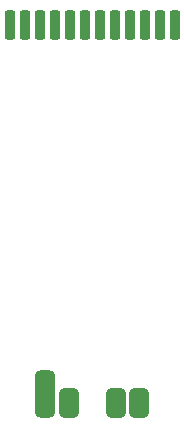
<source format=gbr>
%TF.GenerationSoftware,KiCad,Pcbnew,7.0.1-0*%
%TF.CreationDate,2023-08-23T15:06:01+02:00*%
%TF.ProjectId,ESP32SomfyPOE_rotated,45535033-3253-46f6-9d66-79504f455f72,rev?*%
%TF.SameCoordinates,Original*%
%TF.FileFunction,Paste,Top*%
%TF.FilePolarity,Positive*%
%FSLAX46Y46*%
G04 Gerber Fmt 4.6, Leading zero omitted, Abs format (unit mm)*
G04 Created by KiCad (PCBNEW 7.0.1-0) date 2023-08-23 15:06:01*
%MOMM*%
%LPD*%
G01*
G04 APERTURE LIST*
G04 Aperture macros list*
%AMRoundRect*
0 Rectangle with rounded corners*
0 $1 Rounding radius*
0 $2 $3 $4 $5 $6 $7 $8 $9 X,Y pos of 4 corners*
0 Add a 4 corners polygon primitive as box body*
4,1,4,$2,$3,$4,$5,$6,$7,$8,$9,$2,$3,0*
0 Add four circle primitives for the rounded corners*
1,1,$1+$1,$2,$3*
1,1,$1+$1,$4,$5*
1,1,$1+$1,$6,$7*
1,1,$1+$1,$8,$9*
0 Add four rect primitives between the rounded corners*
20,1,$1+$1,$2,$3,$4,$5,0*
20,1,$1+$1,$4,$5,$6,$7,0*
20,1,$1+$1,$6,$7,$8,$9,0*
20,1,$1+$1,$8,$9,$2,$3,0*%
G04 Aperture macros list end*
%ADD10RoundRect,0.225000X0.225000X1.025000X-0.225000X1.025000X-0.225000X-1.025000X0.225000X-1.025000X0*%
%ADD11RoundRect,0.425000X0.425000X1.575000X-0.425000X1.575000X-0.425000X-1.575000X0.425000X-1.575000X0*%
%ADD12RoundRect,0.425000X0.425000X0.825000X-0.425000X0.825000X-0.425000X-0.825000X0.425000X-0.825000X0*%
G04 APERTURE END LIST*
D10*
%TO.C,E07-433M20S*%
X103505000Y-74168000D03*
X102235000Y-74168000D03*
X100965000Y-74168000D03*
X99695000Y-74168000D03*
X98425000Y-74168000D03*
X97155000Y-74168000D03*
X95885000Y-74168000D03*
X94615000Y-74168000D03*
X93345000Y-74168000D03*
X92075000Y-74168000D03*
X90805000Y-74168000D03*
X89535000Y-74168000D03*
D11*
X92515000Y-105418000D03*
D12*
X94515000Y-106168000D03*
X98515000Y-106168000D03*
X100515000Y-106168000D03*
%TD*%
M02*

</source>
